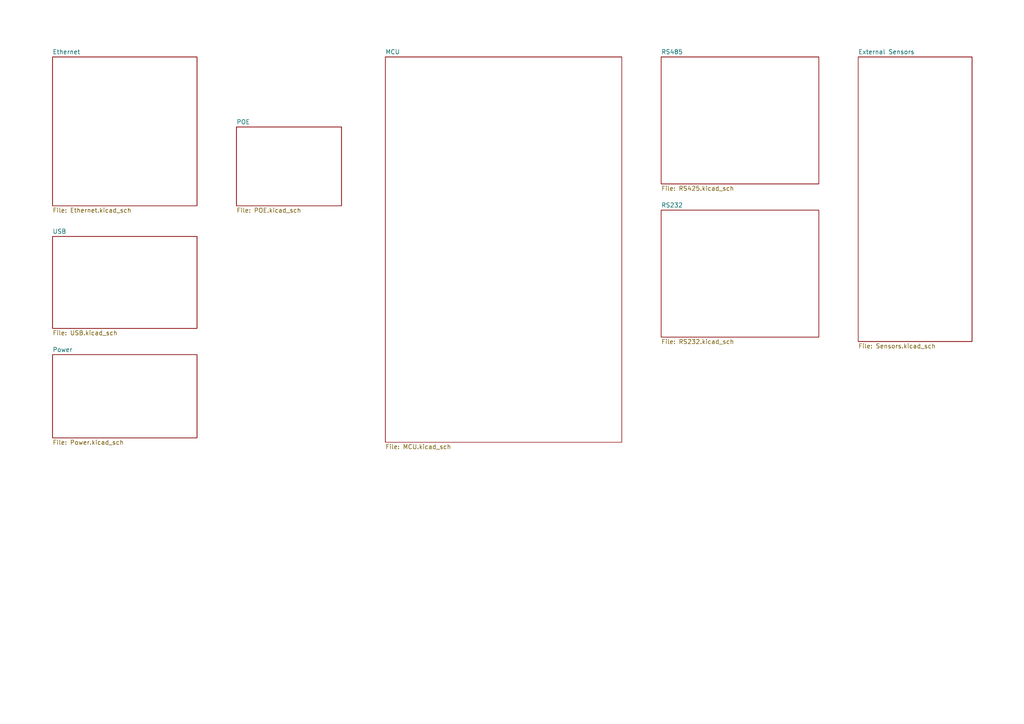
<source format=kicad_sch>
(kicad_sch
	(version 20250114)
	(generator "eeschema")
	(generator_version "9.0")
	(uuid "519cd8d4-bb93-4bd2-8d6d-fc5bc7100516")
	(paper "A4")
	(lib_symbols)
	(sheet
		(at 191.77 60.96)
		(size 45.72 36.83)
		(exclude_from_sim no)
		(in_bom yes)
		(on_board yes)
		(dnp no)
		(fields_autoplaced yes)
		(stroke
			(width 0.1524)
			(type solid)
		)
		(fill
			(color 0 0 0 0.0000)
		)
		(uuid "236fb5d9-91b2-4974-a082-905da78f3197")
		(property "Sheetname" "RS232"
			(at 191.77 60.2484 0)
			(effects
				(font
					(size 1.27 1.27)
				)
				(justify left bottom)
			)
		)
		(property "Sheetfile" "RS232.kicad_sch"
			(at 191.77 98.3746 0)
			(effects
				(font
					(size 1.27 1.27)
				)
				(justify left top)
			)
		)
		(instances
			(project "Input_Eve_V1.0"
				(path "/519cd8d4-bb93-4bd2-8d6d-fc5bc7100516"
					(page "8")
				)
			)
		)
	)
	(sheet
		(at 15.24 102.87)
		(size 41.91 24.13)
		(exclude_from_sim no)
		(in_bom yes)
		(on_board yes)
		(dnp no)
		(fields_autoplaced yes)
		(stroke
			(width 0.1524)
			(type solid)
		)
		(fill
			(color 0 0 0 0.0000)
		)
		(uuid "2acab2f7-df2f-40fc-ae7d-2a02477ddc5f")
		(property "Sheetname" "Power"
			(at 15.24 102.1584 0)
			(effects
				(font
					(size 1.27 1.27)
				)
				(justify left bottom)
			)
		)
		(property "Sheetfile" "Power.kicad_sch"
			(at 15.24 127.5846 0)
			(effects
				(font
					(size 1.27 1.27)
				)
				(justify left top)
			)
		)
		(instances
			(project "Input_Eve_V1.0"
				(path "/519cd8d4-bb93-4bd2-8d6d-fc5bc7100516"
					(page "6")
				)
			)
		)
	)
	(sheet
		(at 15.24 68.58)
		(size 41.91 26.67)
		(exclude_from_sim no)
		(in_bom yes)
		(on_board yes)
		(dnp no)
		(fields_autoplaced yes)
		(stroke
			(width 0.1524)
			(type solid)
		)
		(fill
			(color 0 0 0 0.0000)
		)
		(uuid "32262b9b-f3a7-465b-94e0-98f5d04b485b")
		(property "Sheetname" "USB"
			(at 15.24 67.8684 0)
			(effects
				(font
					(size 1.27 1.27)
				)
				(justify left bottom)
			)
		)
		(property "Sheetfile" "USB.kicad_sch"
			(at 15.24 95.8346 0)
			(effects
				(font
					(size 1.27 1.27)
				)
				(justify left top)
			)
		)
		(instances
			(project "Input_Eve_V1.0"
				(path "/519cd8d4-bb93-4bd2-8d6d-fc5bc7100516"
					(page "5")
				)
			)
		)
	)
	(sheet
		(at 191.77 16.51)
		(size 45.72 36.83)
		(exclude_from_sim no)
		(in_bom yes)
		(on_board yes)
		(dnp no)
		(fields_autoplaced yes)
		(stroke
			(width 0.1524)
			(type solid)
		)
		(fill
			(color 0 0 0 0.0000)
		)
		(uuid "34612951-0131-4aa2-b67b-9fc877e14dfe")
		(property "Sheetname" "RS485"
			(at 191.77 15.7984 0)
			(effects
				(font
					(size 1.27 1.27)
				)
				(justify left bottom)
			)
		)
		(property "Sheetfile" "RS425.kicad_sch"
			(at 191.77 53.9246 0)
			(effects
				(font
					(size 1.27 1.27)
				)
				(justify left top)
			)
		)
		(instances
			(project "Input_Eve_V1.0"
				(path "/519cd8d4-bb93-4bd2-8d6d-fc5bc7100516"
					(page "7")
				)
			)
		)
	)
	(sheet
		(at 111.76 16.51)
		(size 68.58 111.76)
		(exclude_from_sim no)
		(in_bom yes)
		(on_board yes)
		(dnp no)
		(fields_autoplaced yes)
		(stroke
			(width 0.1524)
			(type solid)
		)
		(fill
			(color 0 0 0 0.0000)
		)
		(uuid "64e3fbc5-9949-4822-b50b-448cb8e592a7")
		(property "Sheetname" "MCU"
			(at 111.76 15.7984 0)
			(effects
				(font
					(size 1.27 1.27)
				)
				(justify left bottom)
			)
		)
		(property "Sheetfile" "MCU.kicad_sch"
			(at 111.76 128.8546 0)
			(effects
				(font
					(size 1.27 1.27)
				)
				(justify left top)
			)
		)
		(instances
			(project "Input_Eve_V1.0"
				(path "/519cd8d4-bb93-4bd2-8d6d-fc5bc7100516"
					(page "2")
				)
			)
		)
	)
	(sheet
		(at 68.58 36.83)
		(size 30.48 22.86)
		(exclude_from_sim no)
		(in_bom yes)
		(on_board yes)
		(dnp no)
		(fields_autoplaced yes)
		(stroke
			(width 0.1524)
			(type solid)
		)
		(fill
			(color 0 0 0 0.0000)
		)
		(uuid "a83ae373-583f-44fb-90d0-9d456fdd2774")
		(property "Sheetname" "POE"
			(at 68.58 36.1184 0)
			(effects
				(font
					(size 1.27 1.27)
				)
				(justify left bottom)
			)
		)
		(property "Sheetfile" "POE.kicad_sch"
			(at 68.58 60.2746 0)
			(effects
				(font
					(size 1.27 1.27)
				)
				(justify left top)
			)
		)
		(instances
			(project "Input_Eve_V1.0"
				(path "/519cd8d4-bb93-4bd2-8d6d-fc5bc7100516"
					(page "4")
				)
			)
		)
	)
	(sheet
		(at 248.92 16.51)
		(size 33.02 82.55)
		(exclude_from_sim no)
		(in_bom yes)
		(on_board yes)
		(dnp no)
		(fields_autoplaced yes)
		(stroke
			(width 0.1524)
			(type solid)
		)
		(fill
			(color 0 0 0 0.0000)
		)
		(uuid "c84ffb47-57ab-4169-8148-8e46607c6b53")
		(property "Sheetname" "External Sensors"
			(at 248.92 15.7984 0)
			(effects
				(font
					(size 1.27 1.27)
				)
				(justify left bottom)
			)
		)
		(property "Sheetfile" "Sensors.kicad_sch"
			(at 248.92 99.6446 0)
			(effects
				(font
					(size 1.27 1.27)
				)
				(justify left top)
			)
		)
		(instances
			(project "Input_Eve_V1.0"
				(path "/519cd8d4-bb93-4bd2-8d6d-fc5bc7100516"
					(page "9")
				)
			)
		)
	)
	(sheet
		(at 15.24 16.51)
		(size 41.91 43.18)
		(exclude_from_sim no)
		(in_bom yes)
		(on_board yes)
		(dnp no)
		(fields_autoplaced yes)
		(stroke
			(width 0.1524)
			(type solid)
		)
		(fill
			(color 0 0 0 0.0000)
		)
		(uuid "eb1bc762-7984-40bb-a51e-208769594922")
		(property "Sheetname" "Ethernet"
			(at 15.24 15.7984 0)
			(effects
				(font
					(size 1.27 1.27)
				)
				(justify left bottom)
			)
		)
		(property "Sheetfile" "Ethernet.kicad_sch"
			(at 15.24 60.2746 0)
			(effects
				(font
					(size 1.27 1.27)
				)
				(justify left top)
			)
		)
		(instances
			(project "Input_Eve_V1.0"
				(path "/519cd8d4-bb93-4bd2-8d6d-fc5bc7100516"
					(page "3")
				)
			)
		)
	)
	(sheet_instances
		(path "/"
			(page "1")
		)
	)
	(embedded_fonts no)
)

</source>
